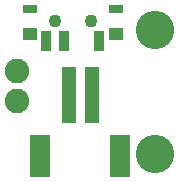
<source format=gts>
G75*
%MOIN*%
%OFA0B0*%
%FSLAX25Y25*%
%IPPOS*%
%LPD*%
%AMOC8*
5,1,8,0,0,1.08239X$1,22.5*
%
%ADD10R,0.04737X0.18910*%
%ADD11R,0.07099X0.14186*%
%ADD12R,0.03556X0.06706*%
%ADD13R,0.04737X0.03162*%
%ADD14R,0.04737X0.03950*%
%ADD15C,0.04343*%
%ADD16C,0.08200*%
%ADD17C,0.12800*%
D10*
X0505021Y0031817D03*
X0512895Y0031817D03*
D11*
X0522344Y0011344D03*
X0495573Y0011344D03*
D12*
X0497600Y0049735D03*
X0503506Y0049735D03*
X0515317Y0049735D03*
D13*
X0520828Y0060562D03*
X0492088Y0060562D03*
D14*
X0492088Y0052294D03*
X0520828Y0052294D03*
D15*
X0512364Y0056625D03*
X0500553Y0056625D03*
D16*
X0487708Y0029750D03*
X0487708Y0039750D03*
D17*
X0533958Y0053500D03*
X0533958Y0012250D03*
M02*

</source>
